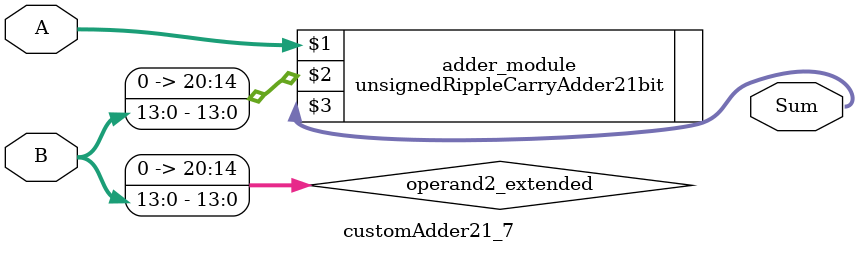
<source format=v>

module customAdder21_7(
                    input [20 : 0] A,
                    input [13 : 0] B,
                    
                    output [21 : 0] Sum
            );

    wire [20 : 0] operand2_extended;
    
    assign operand2_extended =  {7'b0, B};
    
    unsignedRippleCarryAdder21bit adder_module(
        A,
        operand2_extended,
        Sum
    );
    
endmodule
        
</source>
